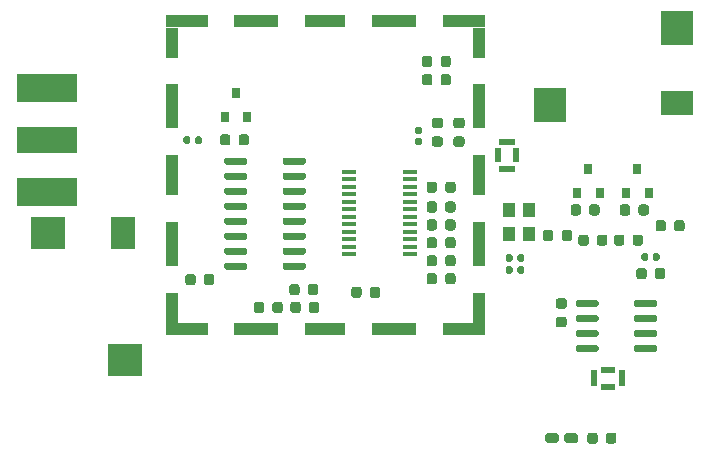
<source format=gbr>
%TF.GenerationSoftware,KiCad,Pcbnew,(5.1.6-0-10_14)*%
%TF.CreationDate,2021-04-21T18:18:53-05:00*%
%TF.ProjectId,MBRadio_4732_BO3,4d425261-6469-46f5-9f34-3733325f424f,rev?*%
%TF.SameCoordinates,Original*%
%TF.FileFunction,Paste,Top*%
%TF.FilePolarity,Positive*%
%FSLAX46Y46*%
G04 Gerber Fmt 4.6, Leading zero omitted, Abs format (unit mm)*
G04 Created by KiCad (PCBNEW (5.1.6-0-10_14)) date 2021-04-21 18:18:53*
%MOMM*%
%LPD*%
G01*
G04 APERTURE LIST*
%ADD10R,1.346200X0.553200*%
%ADD11R,0.553200X1.193800*%
%ADD12R,0.553200X1.346200*%
%ADD13R,1.193800X0.553200*%
%ADD14R,0.800000X0.900000*%
%ADD15R,2.700000X2.900000*%
%ADD16R,2.700000X2.100000*%
%ADD17R,5.080000X2.290000*%
%ADD18R,5.080000X2.420000*%
%ADD19R,1.200000X0.400000*%
%ADD20R,1.100000X1.300000*%
%ADD21R,1.000000X1.000000*%
%ADD22R,2.570000X1.000000*%
%ADD23R,3.800000X1.000000*%
%ADD24R,3.470000X1.000000*%
%ADD25R,1.000000X2.570000*%
%ADD26R,1.000000X3.800000*%
%ADD27R,1.000000X3.470000*%
%ADD28R,2.900000X2.700000*%
%ADD29R,2.100000X2.700000*%
G04 APERTURE END LIST*
%TO.C,R8*%
G36*
G01*
X97365000Y-118926250D02*
X97365000Y-118413750D01*
G75*
G02*
X97583750Y-118195000I218750J0D01*
G01*
X98021250Y-118195000D01*
G75*
G02*
X98240000Y-118413750I0J-218750D01*
G01*
X98240000Y-118926250D01*
G75*
G02*
X98021250Y-119145000I-218750J0D01*
G01*
X97583750Y-119145000D01*
G75*
G02*
X97365000Y-118926250I0J218750D01*
G01*
G37*
G36*
G01*
X98940000Y-118926250D02*
X98940000Y-118413750D01*
G75*
G02*
X99158750Y-118195000I218750J0D01*
G01*
X99596250Y-118195000D01*
G75*
G02*
X99815000Y-118413750I0J-218750D01*
G01*
X99815000Y-118926250D01*
G75*
G02*
X99596250Y-119145000I-218750J0D01*
G01*
X99158750Y-119145000D01*
G75*
G02*
X98940000Y-118926250I0J218750D01*
G01*
G37*
%TD*%
D10*
%TO.C,C4*%
X91950000Y-112881700D03*
X91950000Y-115238300D03*
D11*
X92696500Y-114060000D03*
X91203500Y-114060000D03*
%TD*%
D12*
%TO.C,C3*%
X101678300Y-132940000D03*
X99321700Y-132940000D03*
D13*
X100500000Y-133686500D03*
X100500000Y-132193500D03*
%TD*%
%TO.C,C13*%
G36*
G01*
X96816250Y-127030000D02*
X96303750Y-127030000D01*
G75*
G02*
X96085000Y-126811250I0J218750D01*
G01*
X96085000Y-126373750D01*
G75*
G02*
X96303750Y-126155000I218750J0D01*
G01*
X96816250Y-126155000D01*
G75*
G02*
X97035000Y-126373750I0J-218750D01*
G01*
X97035000Y-126811250D01*
G75*
G02*
X96816250Y-127030000I-218750J0D01*
G01*
G37*
G36*
G01*
X96816250Y-128605000D02*
X96303750Y-128605000D01*
G75*
G02*
X96085000Y-128386250I0J218750D01*
G01*
X96085000Y-127948750D01*
G75*
G02*
X96303750Y-127730000I218750J0D01*
G01*
X96816250Y-127730000D01*
G75*
G02*
X97035000Y-127948750I0J-218750D01*
G01*
X97035000Y-128386250D01*
G75*
G02*
X96816250Y-128605000I-218750J0D01*
G01*
G37*
%TD*%
%TO.C,U5*%
G36*
G01*
X97790000Y-126745000D02*
X97790000Y-126445000D01*
G75*
G02*
X97940000Y-126295000I150000J0D01*
G01*
X99590000Y-126295000D01*
G75*
G02*
X99740000Y-126445000I0J-150000D01*
G01*
X99740000Y-126745000D01*
G75*
G02*
X99590000Y-126895000I-150000J0D01*
G01*
X97940000Y-126895000D01*
G75*
G02*
X97790000Y-126745000I0J150000D01*
G01*
G37*
G36*
G01*
X97790000Y-128015000D02*
X97790000Y-127715000D01*
G75*
G02*
X97940000Y-127565000I150000J0D01*
G01*
X99590000Y-127565000D01*
G75*
G02*
X99740000Y-127715000I0J-150000D01*
G01*
X99740000Y-128015000D01*
G75*
G02*
X99590000Y-128165000I-150000J0D01*
G01*
X97940000Y-128165000D01*
G75*
G02*
X97790000Y-128015000I0J150000D01*
G01*
G37*
G36*
G01*
X97790000Y-129285000D02*
X97790000Y-128985000D01*
G75*
G02*
X97940000Y-128835000I150000J0D01*
G01*
X99590000Y-128835000D01*
G75*
G02*
X99740000Y-128985000I0J-150000D01*
G01*
X99740000Y-129285000D01*
G75*
G02*
X99590000Y-129435000I-150000J0D01*
G01*
X97940000Y-129435000D01*
G75*
G02*
X97790000Y-129285000I0J150000D01*
G01*
G37*
G36*
G01*
X97790000Y-130555000D02*
X97790000Y-130255000D01*
G75*
G02*
X97940000Y-130105000I150000J0D01*
G01*
X99590000Y-130105000D01*
G75*
G02*
X99740000Y-130255000I0J-150000D01*
G01*
X99740000Y-130555000D01*
G75*
G02*
X99590000Y-130705000I-150000J0D01*
G01*
X97940000Y-130705000D01*
G75*
G02*
X97790000Y-130555000I0J150000D01*
G01*
G37*
G36*
G01*
X102740000Y-130555000D02*
X102740000Y-130255000D01*
G75*
G02*
X102890000Y-130105000I150000J0D01*
G01*
X104540000Y-130105000D01*
G75*
G02*
X104690000Y-130255000I0J-150000D01*
G01*
X104690000Y-130555000D01*
G75*
G02*
X104540000Y-130705000I-150000J0D01*
G01*
X102890000Y-130705000D01*
G75*
G02*
X102740000Y-130555000I0J150000D01*
G01*
G37*
G36*
G01*
X102740000Y-129285000D02*
X102740000Y-128985000D01*
G75*
G02*
X102890000Y-128835000I150000J0D01*
G01*
X104540000Y-128835000D01*
G75*
G02*
X104690000Y-128985000I0J-150000D01*
G01*
X104690000Y-129285000D01*
G75*
G02*
X104540000Y-129435000I-150000J0D01*
G01*
X102890000Y-129435000D01*
G75*
G02*
X102740000Y-129285000I0J150000D01*
G01*
G37*
G36*
G01*
X102740000Y-128015000D02*
X102740000Y-127715000D01*
G75*
G02*
X102890000Y-127565000I150000J0D01*
G01*
X104540000Y-127565000D01*
G75*
G02*
X104690000Y-127715000I0J-150000D01*
G01*
X104690000Y-128015000D01*
G75*
G02*
X104540000Y-128165000I-150000J0D01*
G01*
X102890000Y-128165000D01*
G75*
G02*
X102740000Y-128015000I0J150000D01*
G01*
G37*
G36*
G01*
X102740000Y-126745000D02*
X102740000Y-126445000D01*
G75*
G02*
X102890000Y-126295000I150000J0D01*
G01*
X104540000Y-126295000D01*
G75*
G02*
X104690000Y-126445000I0J-150000D01*
G01*
X104690000Y-126745000D01*
G75*
G02*
X104540000Y-126895000I-150000J0D01*
G01*
X102890000Y-126895000D01*
G75*
G02*
X102740000Y-126745000I0J150000D01*
G01*
G37*
%TD*%
%TO.C,C6*%
G36*
G01*
X64580000Y-112942500D02*
X64580000Y-112597500D01*
G75*
G02*
X64727500Y-112450000I147500J0D01*
G01*
X65022500Y-112450000D01*
G75*
G02*
X65170000Y-112597500I0J-147500D01*
G01*
X65170000Y-112942500D01*
G75*
G02*
X65022500Y-113090000I-147500J0D01*
G01*
X64727500Y-113090000D01*
G75*
G02*
X64580000Y-112942500I0J147500D01*
G01*
G37*
G36*
G01*
X65550000Y-112942500D02*
X65550000Y-112597500D01*
G75*
G02*
X65697500Y-112450000I147500J0D01*
G01*
X65992500Y-112450000D01*
G75*
G02*
X66140000Y-112597500I0J-147500D01*
G01*
X66140000Y-112942500D01*
G75*
G02*
X65992500Y-113090000I-147500J0D01*
G01*
X65697500Y-113090000D01*
G75*
G02*
X65550000Y-112942500I0J147500D01*
G01*
G37*
%TD*%
%TO.C,C14*%
G36*
G01*
X103340000Y-122842500D02*
X103340000Y-122497500D01*
G75*
G02*
X103487500Y-122350000I147500J0D01*
G01*
X103782500Y-122350000D01*
G75*
G02*
X103930000Y-122497500I0J-147500D01*
G01*
X103930000Y-122842500D01*
G75*
G02*
X103782500Y-122990000I-147500J0D01*
G01*
X103487500Y-122990000D01*
G75*
G02*
X103340000Y-122842500I0J147500D01*
G01*
G37*
G36*
G01*
X104310000Y-122842500D02*
X104310000Y-122497500D01*
G75*
G02*
X104457500Y-122350000I147500J0D01*
G01*
X104752500Y-122350000D01*
G75*
G02*
X104900000Y-122497500I0J-147500D01*
G01*
X104900000Y-122842500D01*
G75*
G02*
X104752500Y-122990000I-147500J0D01*
G01*
X104457500Y-122990000D01*
G75*
G02*
X104310000Y-122842500I0J147500D01*
G01*
G37*
%TD*%
D14*
%TO.C,D2*%
X68100000Y-110780000D03*
X70000000Y-110780000D03*
X69050000Y-108780000D03*
%TD*%
D15*
%TO.C,J3*%
X106350000Y-103300000D03*
X95650000Y-109800000D03*
D16*
X106350000Y-109650000D03*
%TD*%
%TO.C,L1*%
G36*
G01*
X67675000Y-112996250D02*
X67675000Y-112483750D01*
G75*
G02*
X67893750Y-112265000I218750J0D01*
G01*
X68331250Y-112265000D01*
G75*
G02*
X68550000Y-112483750I0J-218750D01*
G01*
X68550000Y-112996250D01*
G75*
G02*
X68331250Y-113215000I-218750J0D01*
G01*
X67893750Y-113215000D01*
G75*
G02*
X67675000Y-112996250I0J218750D01*
G01*
G37*
G36*
G01*
X69250000Y-112996250D02*
X69250000Y-112483750D01*
G75*
G02*
X69468750Y-112265000I218750J0D01*
G01*
X69906250Y-112265000D01*
G75*
G02*
X70125000Y-112483750I0J-218750D01*
G01*
X70125000Y-112996250D01*
G75*
G02*
X69906250Y-113215000I-218750J0D01*
G01*
X69468750Y-113215000D01*
G75*
G02*
X69250000Y-112996250I0J218750D01*
G01*
G37*
%TD*%
%TO.C,U1*%
G36*
G01*
X68020000Y-114695000D02*
X68020000Y-114395000D01*
G75*
G02*
X68170000Y-114245000I150000J0D01*
G01*
X69820000Y-114245000D01*
G75*
G02*
X69970000Y-114395000I0J-150000D01*
G01*
X69970000Y-114695000D01*
G75*
G02*
X69820000Y-114845000I-150000J0D01*
G01*
X68170000Y-114845000D01*
G75*
G02*
X68020000Y-114695000I0J150000D01*
G01*
G37*
G36*
G01*
X68020000Y-115965000D02*
X68020000Y-115665000D01*
G75*
G02*
X68170000Y-115515000I150000J0D01*
G01*
X69820000Y-115515000D01*
G75*
G02*
X69970000Y-115665000I0J-150000D01*
G01*
X69970000Y-115965000D01*
G75*
G02*
X69820000Y-116115000I-150000J0D01*
G01*
X68170000Y-116115000D01*
G75*
G02*
X68020000Y-115965000I0J150000D01*
G01*
G37*
G36*
G01*
X68020000Y-117235000D02*
X68020000Y-116935000D01*
G75*
G02*
X68170000Y-116785000I150000J0D01*
G01*
X69820000Y-116785000D01*
G75*
G02*
X69970000Y-116935000I0J-150000D01*
G01*
X69970000Y-117235000D01*
G75*
G02*
X69820000Y-117385000I-150000J0D01*
G01*
X68170000Y-117385000D01*
G75*
G02*
X68020000Y-117235000I0J150000D01*
G01*
G37*
G36*
G01*
X68020000Y-118505000D02*
X68020000Y-118205000D01*
G75*
G02*
X68170000Y-118055000I150000J0D01*
G01*
X69820000Y-118055000D01*
G75*
G02*
X69970000Y-118205000I0J-150000D01*
G01*
X69970000Y-118505000D01*
G75*
G02*
X69820000Y-118655000I-150000J0D01*
G01*
X68170000Y-118655000D01*
G75*
G02*
X68020000Y-118505000I0J150000D01*
G01*
G37*
G36*
G01*
X68020000Y-119775000D02*
X68020000Y-119475000D01*
G75*
G02*
X68170000Y-119325000I150000J0D01*
G01*
X69820000Y-119325000D01*
G75*
G02*
X69970000Y-119475000I0J-150000D01*
G01*
X69970000Y-119775000D01*
G75*
G02*
X69820000Y-119925000I-150000J0D01*
G01*
X68170000Y-119925000D01*
G75*
G02*
X68020000Y-119775000I0J150000D01*
G01*
G37*
G36*
G01*
X68020000Y-121045000D02*
X68020000Y-120745000D01*
G75*
G02*
X68170000Y-120595000I150000J0D01*
G01*
X69820000Y-120595000D01*
G75*
G02*
X69970000Y-120745000I0J-150000D01*
G01*
X69970000Y-121045000D01*
G75*
G02*
X69820000Y-121195000I-150000J0D01*
G01*
X68170000Y-121195000D01*
G75*
G02*
X68020000Y-121045000I0J150000D01*
G01*
G37*
G36*
G01*
X68020000Y-122315000D02*
X68020000Y-122015000D01*
G75*
G02*
X68170000Y-121865000I150000J0D01*
G01*
X69820000Y-121865000D01*
G75*
G02*
X69970000Y-122015000I0J-150000D01*
G01*
X69970000Y-122315000D01*
G75*
G02*
X69820000Y-122465000I-150000J0D01*
G01*
X68170000Y-122465000D01*
G75*
G02*
X68020000Y-122315000I0J150000D01*
G01*
G37*
G36*
G01*
X68020000Y-123585000D02*
X68020000Y-123285000D01*
G75*
G02*
X68170000Y-123135000I150000J0D01*
G01*
X69820000Y-123135000D01*
G75*
G02*
X69970000Y-123285000I0J-150000D01*
G01*
X69970000Y-123585000D01*
G75*
G02*
X69820000Y-123735000I-150000J0D01*
G01*
X68170000Y-123735000D01*
G75*
G02*
X68020000Y-123585000I0J150000D01*
G01*
G37*
G36*
G01*
X72970000Y-123585000D02*
X72970000Y-123285000D01*
G75*
G02*
X73120000Y-123135000I150000J0D01*
G01*
X74770000Y-123135000D01*
G75*
G02*
X74920000Y-123285000I0J-150000D01*
G01*
X74920000Y-123585000D01*
G75*
G02*
X74770000Y-123735000I-150000J0D01*
G01*
X73120000Y-123735000D01*
G75*
G02*
X72970000Y-123585000I0J150000D01*
G01*
G37*
G36*
G01*
X72970000Y-122315000D02*
X72970000Y-122015000D01*
G75*
G02*
X73120000Y-121865000I150000J0D01*
G01*
X74770000Y-121865000D01*
G75*
G02*
X74920000Y-122015000I0J-150000D01*
G01*
X74920000Y-122315000D01*
G75*
G02*
X74770000Y-122465000I-150000J0D01*
G01*
X73120000Y-122465000D01*
G75*
G02*
X72970000Y-122315000I0J150000D01*
G01*
G37*
G36*
G01*
X72970000Y-121045000D02*
X72970000Y-120745000D01*
G75*
G02*
X73120000Y-120595000I150000J0D01*
G01*
X74770000Y-120595000D01*
G75*
G02*
X74920000Y-120745000I0J-150000D01*
G01*
X74920000Y-121045000D01*
G75*
G02*
X74770000Y-121195000I-150000J0D01*
G01*
X73120000Y-121195000D01*
G75*
G02*
X72970000Y-121045000I0J150000D01*
G01*
G37*
G36*
G01*
X72970000Y-119775000D02*
X72970000Y-119475000D01*
G75*
G02*
X73120000Y-119325000I150000J0D01*
G01*
X74770000Y-119325000D01*
G75*
G02*
X74920000Y-119475000I0J-150000D01*
G01*
X74920000Y-119775000D01*
G75*
G02*
X74770000Y-119925000I-150000J0D01*
G01*
X73120000Y-119925000D01*
G75*
G02*
X72970000Y-119775000I0J150000D01*
G01*
G37*
G36*
G01*
X72970000Y-118505000D02*
X72970000Y-118205000D01*
G75*
G02*
X73120000Y-118055000I150000J0D01*
G01*
X74770000Y-118055000D01*
G75*
G02*
X74920000Y-118205000I0J-150000D01*
G01*
X74920000Y-118505000D01*
G75*
G02*
X74770000Y-118655000I-150000J0D01*
G01*
X73120000Y-118655000D01*
G75*
G02*
X72970000Y-118505000I0J150000D01*
G01*
G37*
G36*
G01*
X72970000Y-117235000D02*
X72970000Y-116935000D01*
G75*
G02*
X73120000Y-116785000I150000J0D01*
G01*
X74770000Y-116785000D01*
G75*
G02*
X74920000Y-116935000I0J-150000D01*
G01*
X74920000Y-117235000D01*
G75*
G02*
X74770000Y-117385000I-150000J0D01*
G01*
X73120000Y-117385000D01*
G75*
G02*
X72970000Y-117235000I0J150000D01*
G01*
G37*
G36*
G01*
X72970000Y-115965000D02*
X72970000Y-115665000D01*
G75*
G02*
X73120000Y-115515000I150000J0D01*
G01*
X74770000Y-115515000D01*
G75*
G02*
X74920000Y-115665000I0J-150000D01*
G01*
X74920000Y-115965000D01*
G75*
G02*
X74770000Y-116115000I-150000J0D01*
G01*
X73120000Y-116115000D01*
G75*
G02*
X72970000Y-115965000I0J150000D01*
G01*
G37*
G36*
G01*
X72970000Y-114695000D02*
X72970000Y-114395000D01*
G75*
G02*
X73120000Y-114245000I150000J0D01*
G01*
X74770000Y-114245000D01*
G75*
G02*
X74920000Y-114395000I0J-150000D01*
G01*
X74920000Y-114695000D01*
G75*
G02*
X74770000Y-114845000I-150000J0D01*
G01*
X73120000Y-114845000D01*
G75*
G02*
X72970000Y-114695000I0J150000D01*
G01*
G37*
%TD*%
D17*
%TO.C,J5*%
X53030000Y-112750000D03*
D18*
X53030000Y-108370000D03*
X53030000Y-117130000D03*
%TD*%
D14*
%TO.C,Q1*%
X97910000Y-117200000D03*
X99810000Y-117200000D03*
X98860000Y-115200000D03*
%TD*%
%TO.C,Q2*%
X103020000Y-115210000D03*
X103970000Y-117210000D03*
X102070000Y-117210000D03*
%TD*%
%TO.C,C5*%
G36*
G01*
X84317500Y-111620000D02*
X84662500Y-111620000D01*
G75*
G02*
X84810000Y-111767500I0J-147500D01*
G01*
X84810000Y-112062500D01*
G75*
G02*
X84662500Y-112210000I-147500J0D01*
G01*
X84317500Y-112210000D01*
G75*
G02*
X84170000Y-112062500I0J147500D01*
G01*
X84170000Y-111767500D01*
G75*
G02*
X84317500Y-111620000I147500J0D01*
G01*
G37*
G36*
G01*
X84317500Y-112590000D02*
X84662500Y-112590000D01*
G75*
G02*
X84810000Y-112737500I0J-147500D01*
G01*
X84810000Y-113032500D01*
G75*
G02*
X84662500Y-113180000I-147500J0D01*
G01*
X84317500Y-113180000D01*
G75*
G02*
X84170000Y-113032500I0J147500D01*
G01*
X84170000Y-112737500D01*
G75*
G02*
X84317500Y-112590000I147500J0D01*
G01*
G37*
%TD*%
%TO.C,C7*%
G36*
G01*
X85823750Y-112450000D02*
X86336250Y-112450000D01*
G75*
G02*
X86555000Y-112668750I0J-218750D01*
G01*
X86555000Y-113106250D01*
G75*
G02*
X86336250Y-113325000I-218750J0D01*
G01*
X85823750Y-113325000D01*
G75*
G02*
X85605000Y-113106250I0J218750D01*
G01*
X85605000Y-112668750D01*
G75*
G02*
X85823750Y-112450000I218750J0D01*
G01*
G37*
G36*
G01*
X85823750Y-110875000D02*
X86336250Y-110875000D01*
G75*
G02*
X86555000Y-111093750I0J-218750D01*
G01*
X86555000Y-111531250D01*
G75*
G02*
X86336250Y-111750000I-218750J0D01*
G01*
X85823750Y-111750000D01*
G75*
G02*
X85605000Y-111531250I0J218750D01*
G01*
X85605000Y-111093750D01*
G75*
G02*
X85823750Y-110875000I218750J0D01*
G01*
G37*
%TD*%
%TO.C,C8*%
G36*
G01*
X87653750Y-110875000D02*
X88166250Y-110875000D01*
G75*
G02*
X88385000Y-111093750I0J-218750D01*
G01*
X88385000Y-111531250D01*
G75*
G02*
X88166250Y-111750000I-218750J0D01*
G01*
X87653750Y-111750000D01*
G75*
G02*
X87435000Y-111531250I0J218750D01*
G01*
X87435000Y-111093750D01*
G75*
G02*
X87653750Y-110875000I218750J0D01*
G01*
G37*
G36*
G01*
X87653750Y-112450000D02*
X88166250Y-112450000D01*
G75*
G02*
X88385000Y-112668750I0J-218750D01*
G01*
X88385000Y-113106250D01*
G75*
G02*
X88166250Y-113325000I-218750J0D01*
G01*
X87653750Y-113325000D01*
G75*
G02*
X87435000Y-113106250I0J218750D01*
G01*
X87435000Y-112668750D01*
G75*
G02*
X87653750Y-112450000I218750J0D01*
G01*
G37*
%TD*%
D19*
%TO.C,U2*%
X78570000Y-115457500D03*
X78570000Y-116092500D03*
X78570000Y-116727500D03*
X78570000Y-117362500D03*
X78570000Y-117997500D03*
X78570000Y-118632500D03*
X78570000Y-119267500D03*
X78570000Y-119902500D03*
X78570000Y-120537500D03*
X78570000Y-121172500D03*
X78570000Y-121807500D03*
X78570000Y-122442500D03*
X83770000Y-122442500D03*
X83770000Y-121807500D03*
X83770000Y-121172500D03*
X83770000Y-120537500D03*
X83770000Y-119902500D03*
X83770000Y-119267500D03*
X83770000Y-118632500D03*
X83770000Y-117997500D03*
X83770000Y-117362500D03*
X83770000Y-116727500D03*
X83770000Y-116092500D03*
X83770000Y-115457500D03*
%TD*%
D20*
%TO.C,X1*%
X93815000Y-120750000D03*
X93815000Y-118650000D03*
X92165000Y-118650000D03*
X92165000Y-120750000D03*
%TD*%
D21*
%TO.C,SH1*%
X63585000Y-102715000D03*
X89595000Y-102715000D03*
X89595000Y-128725000D03*
X63585000Y-128725000D03*
D22*
X65370000Y-102715000D03*
X65370000Y-128725000D03*
D23*
X70755000Y-102715000D03*
X70755000Y-128725000D03*
D24*
X76590000Y-102715000D03*
X76590000Y-128725000D03*
D23*
X82425000Y-102715000D03*
X82425000Y-128725000D03*
D22*
X87810000Y-102715000D03*
X87810000Y-128725000D03*
D25*
X63585000Y-104500000D03*
X89595000Y-104500000D03*
D26*
X63585000Y-109885000D03*
X89595000Y-109885000D03*
D27*
X63585000Y-115720000D03*
X89595000Y-115720000D03*
D26*
X63585000Y-121555000D03*
X89595000Y-121555000D03*
D25*
X63585000Y-126940000D03*
X89595000Y-126940000D03*
%TD*%
%TO.C,C1*%
G36*
G01*
X92460000Y-122557500D02*
X92460000Y-122902500D01*
G75*
G02*
X92312500Y-123050000I-147500J0D01*
G01*
X92017500Y-123050000D01*
G75*
G02*
X91870000Y-122902500I0J147500D01*
G01*
X91870000Y-122557500D01*
G75*
G02*
X92017500Y-122410000I147500J0D01*
G01*
X92312500Y-122410000D01*
G75*
G02*
X92460000Y-122557500I0J-147500D01*
G01*
G37*
G36*
G01*
X93430000Y-122557500D02*
X93430000Y-122902500D01*
G75*
G02*
X93282500Y-123050000I-147500J0D01*
G01*
X92987500Y-123050000D01*
G75*
G02*
X92840000Y-122902500I0J147500D01*
G01*
X92840000Y-122557500D01*
G75*
G02*
X92987500Y-122410000I147500J0D01*
G01*
X93282500Y-122410000D01*
G75*
G02*
X93430000Y-122557500I0J-147500D01*
G01*
G37*
%TD*%
%TO.C,C2*%
G36*
G01*
X93430000Y-123577500D02*
X93430000Y-123922500D01*
G75*
G02*
X93282500Y-124070000I-147500J0D01*
G01*
X92987500Y-124070000D01*
G75*
G02*
X92840000Y-123922500I0J147500D01*
G01*
X92840000Y-123577500D01*
G75*
G02*
X92987500Y-123430000I147500J0D01*
G01*
X93282500Y-123430000D01*
G75*
G02*
X93430000Y-123577500I0J-147500D01*
G01*
G37*
G36*
G01*
X92460000Y-123577500D02*
X92460000Y-123922500D01*
G75*
G02*
X92312500Y-124070000I-147500J0D01*
G01*
X92017500Y-124070000D01*
G75*
G02*
X91870000Y-123922500I0J147500D01*
G01*
X91870000Y-123577500D01*
G75*
G02*
X92017500Y-123430000I147500J0D01*
G01*
X92312500Y-123430000D01*
G75*
G02*
X92460000Y-123577500I0J-147500D01*
G01*
G37*
%TD*%
%TO.C,C12*%
G36*
G01*
X101035000Y-121486250D02*
X101035000Y-120973750D01*
G75*
G02*
X101253750Y-120755000I218750J0D01*
G01*
X101691250Y-120755000D01*
G75*
G02*
X101910000Y-120973750I0J-218750D01*
G01*
X101910000Y-121486250D01*
G75*
G02*
X101691250Y-121705000I-218750J0D01*
G01*
X101253750Y-121705000D01*
G75*
G02*
X101035000Y-121486250I0J218750D01*
G01*
G37*
G36*
G01*
X102610000Y-121486250D02*
X102610000Y-120973750D01*
G75*
G02*
X102828750Y-120755000I218750J0D01*
G01*
X103266250Y-120755000D01*
G75*
G02*
X103485000Y-120973750I0J-218750D01*
G01*
X103485000Y-121486250D01*
G75*
G02*
X103266250Y-121705000I-218750J0D01*
G01*
X102828750Y-121705000D01*
G75*
G02*
X102610000Y-121486250I0J218750D01*
G01*
G37*
%TD*%
D28*
%TO.C,J4*%
X53150000Y-120650000D03*
X59650000Y-131350000D03*
D29*
X59500000Y-120650000D03*
%TD*%
%TO.C,D1*%
G36*
G01*
X98025000Y-137787500D02*
X98025000Y-138212500D01*
G75*
G02*
X97812500Y-138425000I-212500J0D01*
G01*
X97012500Y-138425000D01*
G75*
G02*
X96800000Y-138212500I0J212500D01*
G01*
X96800000Y-137787500D01*
G75*
G02*
X97012500Y-137575000I212500J0D01*
G01*
X97812500Y-137575000D01*
G75*
G02*
X98025000Y-137787500I0J-212500D01*
G01*
G37*
G36*
G01*
X96400000Y-137787500D02*
X96400000Y-138212500D01*
G75*
G02*
X96187500Y-138425000I-212500J0D01*
G01*
X95387500Y-138425000D01*
G75*
G02*
X95175000Y-138212500I0J212500D01*
G01*
X95175000Y-137787500D01*
G75*
G02*
X95387500Y-137575000I212500J0D01*
G01*
X96187500Y-137575000D01*
G75*
G02*
X96400000Y-137787500I0J-212500D01*
G01*
G37*
%TD*%
%TO.C,R6*%
G36*
G01*
X98775000Y-138256250D02*
X98775000Y-137743750D01*
G75*
G02*
X98993750Y-137525000I218750J0D01*
G01*
X99431250Y-137525000D01*
G75*
G02*
X99650000Y-137743750I0J-218750D01*
G01*
X99650000Y-138256250D01*
G75*
G02*
X99431250Y-138475000I-218750J0D01*
G01*
X98993750Y-138475000D01*
G75*
G02*
X98775000Y-138256250I0J218750D01*
G01*
G37*
G36*
G01*
X100350000Y-138256250D02*
X100350000Y-137743750D01*
G75*
G02*
X100568750Y-137525000I218750J0D01*
G01*
X101006250Y-137525000D01*
G75*
G02*
X101225000Y-137743750I0J-218750D01*
G01*
X101225000Y-138256250D01*
G75*
G02*
X101006250Y-138475000I-218750J0D01*
G01*
X100568750Y-138475000D01*
G75*
G02*
X100350000Y-138256250I0J218750D01*
G01*
G37*
%TD*%
%TO.C,C11*%
G36*
G01*
X84775000Y-107906250D02*
X84775000Y-107393750D01*
G75*
G02*
X84993750Y-107175000I218750J0D01*
G01*
X85431250Y-107175000D01*
G75*
G02*
X85650000Y-107393750I0J-218750D01*
G01*
X85650000Y-107906250D01*
G75*
G02*
X85431250Y-108125000I-218750J0D01*
G01*
X84993750Y-108125000D01*
G75*
G02*
X84775000Y-107906250I0J218750D01*
G01*
G37*
G36*
G01*
X86350000Y-107906250D02*
X86350000Y-107393750D01*
G75*
G02*
X86568750Y-107175000I218750J0D01*
G01*
X87006250Y-107175000D01*
G75*
G02*
X87225000Y-107393750I0J-218750D01*
G01*
X87225000Y-107906250D01*
G75*
G02*
X87006250Y-108125000I-218750J0D01*
G01*
X86568750Y-108125000D01*
G75*
G02*
X86350000Y-107906250I0J218750D01*
G01*
G37*
%TD*%
%TO.C,C15*%
G36*
G01*
X86350000Y-106356250D02*
X86350000Y-105843750D01*
G75*
G02*
X86568750Y-105625000I218750J0D01*
G01*
X87006250Y-105625000D01*
G75*
G02*
X87225000Y-105843750I0J-218750D01*
G01*
X87225000Y-106356250D01*
G75*
G02*
X87006250Y-106575000I-218750J0D01*
G01*
X86568750Y-106575000D01*
G75*
G02*
X86350000Y-106356250I0J218750D01*
G01*
G37*
G36*
G01*
X84775000Y-106356250D02*
X84775000Y-105843750D01*
G75*
G02*
X84993750Y-105625000I218750J0D01*
G01*
X85431250Y-105625000D01*
G75*
G02*
X85650000Y-105843750I0J-218750D01*
G01*
X85650000Y-106356250D01*
G75*
G02*
X85431250Y-106575000I-218750J0D01*
G01*
X84993750Y-106575000D01*
G75*
G02*
X84775000Y-106356250I0J218750D01*
G01*
G37*
%TD*%
%TO.C,R7*%
G36*
G01*
X102400000Y-118423750D02*
X102400000Y-118936250D01*
G75*
G02*
X102181250Y-119155000I-218750J0D01*
G01*
X101743750Y-119155000D01*
G75*
G02*
X101525000Y-118936250I0J218750D01*
G01*
X101525000Y-118423750D01*
G75*
G02*
X101743750Y-118205000I218750J0D01*
G01*
X102181250Y-118205000D01*
G75*
G02*
X102400000Y-118423750I0J-218750D01*
G01*
G37*
G36*
G01*
X103975000Y-118423750D02*
X103975000Y-118936250D01*
G75*
G02*
X103756250Y-119155000I-218750J0D01*
G01*
X103318750Y-119155000D01*
G75*
G02*
X103100000Y-118936250I0J218750D01*
G01*
X103100000Y-118423750D01*
G75*
G02*
X103318750Y-118205000I218750J0D01*
G01*
X103756250Y-118205000D01*
G75*
G02*
X103975000Y-118423750I0J-218750D01*
G01*
G37*
%TD*%
%TO.C,R3*%
G36*
G01*
X76085000Y-126673750D02*
X76085000Y-127186250D01*
G75*
G02*
X75866250Y-127405000I-218750J0D01*
G01*
X75428750Y-127405000D01*
G75*
G02*
X75210000Y-127186250I0J218750D01*
G01*
X75210000Y-126673750D01*
G75*
G02*
X75428750Y-126455000I218750J0D01*
G01*
X75866250Y-126455000D01*
G75*
G02*
X76085000Y-126673750I0J-218750D01*
G01*
G37*
G36*
G01*
X74510000Y-126673750D02*
X74510000Y-127186250D01*
G75*
G02*
X74291250Y-127405000I-218750J0D01*
G01*
X73853750Y-127405000D01*
G75*
G02*
X73635000Y-127186250I0J218750D01*
G01*
X73635000Y-126673750D01*
G75*
G02*
X73853750Y-126455000I218750J0D01*
G01*
X74291250Y-126455000D01*
G75*
G02*
X74510000Y-126673750I0J-218750D01*
G01*
G37*
%TD*%
%TO.C,R1*%
G36*
G01*
X86050000Y-122723750D02*
X86050000Y-123236250D01*
G75*
G02*
X85831250Y-123455000I-218750J0D01*
G01*
X85393750Y-123455000D01*
G75*
G02*
X85175000Y-123236250I0J218750D01*
G01*
X85175000Y-122723750D01*
G75*
G02*
X85393750Y-122505000I218750J0D01*
G01*
X85831250Y-122505000D01*
G75*
G02*
X86050000Y-122723750I0J-218750D01*
G01*
G37*
G36*
G01*
X87625000Y-122723750D02*
X87625000Y-123236250D01*
G75*
G02*
X87406250Y-123455000I-218750J0D01*
G01*
X86968750Y-123455000D01*
G75*
G02*
X86750000Y-123236250I0J218750D01*
G01*
X86750000Y-122723750D01*
G75*
G02*
X86968750Y-122505000I218750J0D01*
G01*
X87406250Y-122505000D01*
G75*
G02*
X87625000Y-122723750I0J-218750D01*
G01*
G37*
%TD*%
%TO.C,R4*%
G36*
G01*
X87625000Y-121203750D02*
X87625000Y-121716250D01*
G75*
G02*
X87406250Y-121935000I-218750J0D01*
G01*
X86968750Y-121935000D01*
G75*
G02*
X86750000Y-121716250I0J218750D01*
G01*
X86750000Y-121203750D01*
G75*
G02*
X86968750Y-120985000I218750J0D01*
G01*
X87406250Y-120985000D01*
G75*
G02*
X87625000Y-121203750I0J-218750D01*
G01*
G37*
G36*
G01*
X86050000Y-121203750D02*
X86050000Y-121716250D01*
G75*
G02*
X85831250Y-121935000I-218750J0D01*
G01*
X85393750Y-121935000D01*
G75*
G02*
X85175000Y-121716250I0J218750D01*
G01*
X85175000Y-121203750D01*
G75*
G02*
X85393750Y-120985000I218750J0D01*
G01*
X85831250Y-120985000D01*
G75*
G02*
X86050000Y-121203750I0J-218750D01*
G01*
G37*
%TD*%
%TO.C,R14*%
G36*
G01*
X85175000Y-124756250D02*
X85175000Y-124243750D01*
G75*
G02*
X85393750Y-124025000I218750J0D01*
G01*
X85831250Y-124025000D01*
G75*
G02*
X86050000Y-124243750I0J-218750D01*
G01*
X86050000Y-124756250D01*
G75*
G02*
X85831250Y-124975000I-218750J0D01*
G01*
X85393750Y-124975000D01*
G75*
G02*
X85175000Y-124756250I0J218750D01*
G01*
G37*
G36*
G01*
X86750000Y-124756250D02*
X86750000Y-124243750D01*
G75*
G02*
X86968750Y-124025000I218750J0D01*
G01*
X87406250Y-124025000D01*
G75*
G02*
X87625000Y-124243750I0J-218750D01*
G01*
X87625000Y-124756250D01*
G75*
G02*
X87406250Y-124975000I-218750J0D01*
G01*
X86968750Y-124975000D01*
G75*
G02*
X86750000Y-124756250I0J218750D01*
G01*
G37*
%TD*%
%TO.C,R10*%
G36*
G01*
X81235000Y-125393750D02*
X81235000Y-125906250D01*
G75*
G02*
X81016250Y-126125000I-218750J0D01*
G01*
X80578750Y-126125000D01*
G75*
G02*
X80360000Y-125906250I0J218750D01*
G01*
X80360000Y-125393750D01*
G75*
G02*
X80578750Y-125175000I218750J0D01*
G01*
X81016250Y-125175000D01*
G75*
G02*
X81235000Y-125393750I0J-218750D01*
G01*
G37*
G36*
G01*
X79660000Y-125393750D02*
X79660000Y-125906250D01*
G75*
G02*
X79441250Y-126125000I-218750J0D01*
G01*
X79003750Y-126125000D01*
G75*
G02*
X78785000Y-125906250I0J218750D01*
G01*
X78785000Y-125393750D01*
G75*
G02*
X79003750Y-125175000I218750J0D01*
G01*
X79441250Y-125175000D01*
G75*
G02*
X79660000Y-125393750I0J-218750D01*
G01*
G37*
%TD*%
%TO.C,R11*%
G36*
G01*
X85175000Y-120196250D02*
X85175000Y-119683750D01*
G75*
G02*
X85393750Y-119465000I218750J0D01*
G01*
X85831250Y-119465000D01*
G75*
G02*
X86050000Y-119683750I0J-218750D01*
G01*
X86050000Y-120196250D01*
G75*
G02*
X85831250Y-120415000I-218750J0D01*
G01*
X85393750Y-120415000D01*
G75*
G02*
X85175000Y-120196250I0J218750D01*
G01*
G37*
G36*
G01*
X86750000Y-120196250D02*
X86750000Y-119683750D01*
G75*
G02*
X86968750Y-119465000I218750J0D01*
G01*
X87406250Y-119465000D01*
G75*
G02*
X87625000Y-119683750I0J-218750D01*
G01*
X87625000Y-120196250D01*
G75*
G02*
X87406250Y-120415000I-218750J0D01*
G01*
X86968750Y-120415000D01*
G75*
G02*
X86750000Y-120196250I0J218750D01*
G01*
G37*
%TD*%
%TO.C,R15*%
G36*
G01*
X72120000Y-127186250D02*
X72120000Y-126673750D01*
G75*
G02*
X72338750Y-126455000I218750J0D01*
G01*
X72776250Y-126455000D01*
G75*
G02*
X72995000Y-126673750I0J-218750D01*
G01*
X72995000Y-127186250D01*
G75*
G02*
X72776250Y-127405000I-218750J0D01*
G01*
X72338750Y-127405000D01*
G75*
G02*
X72120000Y-127186250I0J218750D01*
G01*
G37*
G36*
G01*
X70545000Y-127186250D02*
X70545000Y-126673750D01*
G75*
G02*
X70763750Y-126455000I218750J0D01*
G01*
X71201250Y-126455000D01*
G75*
G02*
X71420000Y-126673750I0J-218750D01*
G01*
X71420000Y-127186250D01*
G75*
G02*
X71201250Y-127405000I-218750J0D01*
G01*
X70763750Y-127405000D01*
G75*
G02*
X70545000Y-127186250I0J218750D01*
G01*
G37*
%TD*%
%TO.C,R16*%
G36*
G01*
X73535000Y-125676250D02*
X73535000Y-125163750D01*
G75*
G02*
X73753750Y-124945000I218750J0D01*
G01*
X74191250Y-124945000D01*
G75*
G02*
X74410000Y-125163750I0J-218750D01*
G01*
X74410000Y-125676250D01*
G75*
G02*
X74191250Y-125895000I-218750J0D01*
G01*
X73753750Y-125895000D01*
G75*
G02*
X73535000Y-125676250I0J218750D01*
G01*
G37*
G36*
G01*
X75110000Y-125676250D02*
X75110000Y-125163750D01*
G75*
G02*
X75328750Y-124945000I218750J0D01*
G01*
X75766250Y-124945000D01*
G75*
G02*
X75985000Y-125163750I0J-218750D01*
G01*
X75985000Y-125676250D01*
G75*
G02*
X75766250Y-125895000I-218750J0D01*
G01*
X75328750Y-125895000D01*
G75*
G02*
X75110000Y-125676250I0J218750D01*
G01*
G37*
%TD*%
%TO.C,R2*%
G36*
G01*
X97475000Y-120573750D02*
X97475000Y-121086250D01*
G75*
G02*
X97256250Y-121305000I-218750J0D01*
G01*
X96818750Y-121305000D01*
G75*
G02*
X96600000Y-121086250I0J218750D01*
G01*
X96600000Y-120573750D01*
G75*
G02*
X96818750Y-120355000I218750J0D01*
G01*
X97256250Y-120355000D01*
G75*
G02*
X97475000Y-120573750I0J-218750D01*
G01*
G37*
G36*
G01*
X95900000Y-120573750D02*
X95900000Y-121086250D01*
G75*
G02*
X95681250Y-121305000I-218750J0D01*
G01*
X95243750Y-121305000D01*
G75*
G02*
X95025000Y-121086250I0J218750D01*
G01*
X95025000Y-120573750D01*
G75*
G02*
X95243750Y-120355000I218750J0D01*
G01*
X95681250Y-120355000D01*
G75*
G02*
X95900000Y-120573750I0J-218750D01*
G01*
G37*
%TD*%
%TO.C,R5*%
G36*
G01*
X98890000Y-120973750D02*
X98890000Y-121486250D01*
G75*
G02*
X98671250Y-121705000I-218750J0D01*
G01*
X98233750Y-121705000D01*
G75*
G02*
X98015000Y-121486250I0J218750D01*
G01*
X98015000Y-120973750D01*
G75*
G02*
X98233750Y-120755000I218750J0D01*
G01*
X98671250Y-120755000D01*
G75*
G02*
X98890000Y-120973750I0J-218750D01*
G01*
G37*
G36*
G01*
X100465000Y-120973750D02*
X100465000Y-121486250D01*
G75*
G02*
X100246250Y-121705000I-218750J0D01*
G01*
X99808750Y-121705000D01*
G75*
G02*
X99590000Y-121486250I0J218750D01*
G01*
X99590000Y-120973750D01*
G75*
G02*
X99808750Y-120755000I218750J0D01*
G01*
X100246250Y-120755000D01*
G75*
G02*
X100465000Y-120973750I0J-218750D01*
G01*
G37*
%TD*%
%TO.C,R12*%
G36*
G01*
X104555000Y-120266250D02*
X104555000Y-119753750D01*
G75*
G02*
X104773750Y-119535000I218750J0D01*
G01*
X105211250Y-119535000D01*
G75*
G02*
X105430000Y-119753750I0J-218750D01*
G01*
X105430000Y-120266250D01*
G75*
G02*
X105211250Y-120485000I-218750J0D01*
G01*
X104773750Y-120485000D01*
G75*
G02*
X104555000Y-120266250I0J218750D01*
G01*
G37*
G36*
G01*
X106130000Y-120266250D02*
X106130000Y-119753750D01*
G75*
G02*
X106348750Y-119535000I218750J0D01*
G01*
X106786250Y-119535000D01*
G75*
G02*
X107005000Y-119753750I0J-218750D01*
G01*
X107005000Y-120266250D01*
G75*
G02*
X106786250Y-120485000I-218750J0D01*
G01*
X106348750Y-120485000D01*
G75*
G02*
X106130000Y-120266250I0J218750D01*
G01*
G37*
%TD*%
%TO.C,R13*%
G36*
G01*
X105385000Y-123803750D02*
X105385000Y-124316250D01*
G75*
G02*
X105166250Y-124535000I-218750J0D01*
G01*
X104728750Y-124535000D01*
G75*
G02*
X104510000Y-124316250I0J218750D01*
G01*
X104510000Y-123803750D01*
G75*
G02*
X104728750Y-123585000I218750J0D01*
G01*
X105166250Y-123585000D01*
G75*
G02*
X105385000Y-123803750I0J-218750D01*
G01*
G37*
G36*
G01*
X103810000Y-123803750D02*
X103810000Y-124316250D01*
G75*
G02*
X103591250Y-124535000I-218750J0D01*
G01*
X103153750Y-124535000D01*
G75*
G02*
X102935000Y-124316250I0J218750D01*
G01*
X102935000Y-123803750D01*
G75*
G02*
X103153750Y-123585000I218750J0D01*
G01*
X103591250Y-123585000D01*
G75*
G02*
X103810000Y-123803750I0J-218750D01*
G01*
G37*
%TD*%
%TO.C,R9*%
G36*
G01*
X87625000Y-118163750D02*
X87625000Y-118676250D01*
G75*
G02*
X87406250Y-118895000I-218750J0D01*
G01*
X86968750Y-118895000D01*
G75*
G02*
X86750000Y-118676250I0J218750D01*
G01*
X86750000Y-118163750D01*
G75*
G02*
X86968750Y-117945000I218750J0D01*
G01*
X87406250Y-117945000D01*
G75*
G02*
X87625000Y-118163750I0J-218750D01*
G01*
G37*
G36*
G01*
X86050000Y-118163750D02*
X86050000Y-118676250D01*
G75*
G02*
X85831250Y-118895000I-218750J0D01*
G01*
X85393750Y-118895000D01*
G75*
G02*
X85175000Y-118676250I0J218750D01*
G01*
X85175000Y-118163750D01*
G75*
G02*
X85393750Y-117945000I218750J0D01*
G01*
X85831250Y-117945000D01*
G75*
G02*
X86050000Y-118163750I0J-218750D01*
G01*
G37*
%TD*%
%TO.C,C10*%
G36*
G01*
X87625000Y-116493750D02*
X87625000Y-117006250D01*
G75*
G02*
X87406250Y-117225000I-218750J0D01*
G01*
X86968750Y-117225000D01*
G75*
G02*
X86750000Y-117006250I0J218750D01*
G01*
X86750000Y-116493750D01*
G75*
G02*
X86968750Y-116275000I218750J0D01*
G01*
X87406250Y-116275000D01*
G75*
G02*
X87625000Y-116493750I0J-218750D01*
G01*
G37*
G36*
G01*
X86050000Y-116493750D02*
X86050000Y-117006250D01*
G75*
G02*
X85831250Y-117225000I-218750J0D01*
G01*
X85393750Y-117225000D01*
G75*
G02*
X85175000Y-117006250I0J218750D01*
G01*
X85175000Y-116493750D01*
G75*
G02*
X85393750Y-116275000I218750J0D01*
G01*
X85831250Y-116275000D01*
G75*
G02*
X86050000Y-116493750I0J-218750D01*
G01*
G37*
%TD*%
%TO.C,C9*%
G36*
G01*
X64735000Y-124826250D02*
X64735000Y-124313750D01*
G75*
G02*
X64953750Y-124095000I218750J0D01*
G01*
X65391250Y-124095000D01*
G75*
G02*
X65610000Y-124313750I0J-218750D01*
G01*
X65610000Y-124826250D01*
G75*
G02*
X65391250Y-125045000I-218750J0D01*
G01*
X64953750Y-125045000D01*
G75*
G02*
X64735000Y-124826250I0J218750D01*
G01*
G37*
G36*
G01*
X66310000Y-124826250D02*
X66310000Y-124313750D01*
G75*
G02*
X66528750Y-124095000I218750J0D01*
G01*
X66966250Y-124095000D01*
G75*
G02*
X67185000Y-124313750I0J-218750D01*
G01*
X67185000Y-124826250D01*
G75*
G02*
X66966250Y-125045000I-218750J0D01*
G01*
X66528750Y-125045000D01*
G75*
G02*
X66310000Y-124826250I0J218750D01*
G01*
G37*
%TD*%
M02*

</source>
